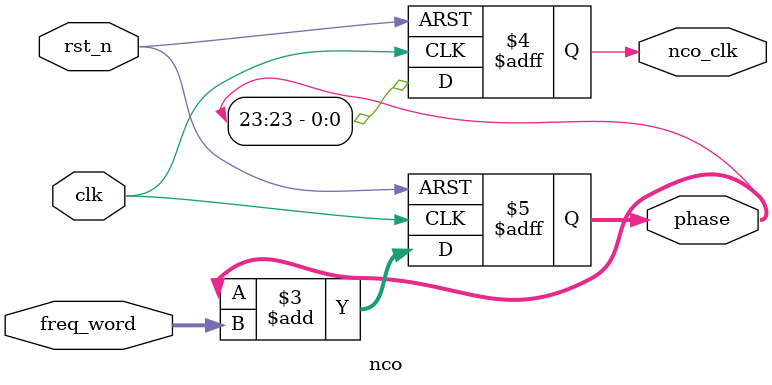
<source format=v>
/*
 * Module: nco
 * Desc: Phase accumulator NCO. MSB is output clock.
 * Author: Grant Chapman, 2025-10-28
 */
module nco #(
  parameter integer FW = 24
)(
  input  wire             clk,
  input  wire             rst_n,
  input  wire [FW-1:0]    freq_word,
  output reg              nco_clk,    // square wave
  output reg [FW-1:0]     phase       // (optional) observable phase
);
  always @(posedge clk or negedge rst_n) begin
    if (!rst_n) begin
      phase   <= '0;
      nco_clk <= 1'b0;
    end else begin
      phase   <= phase + freq_word;
      nco_clk <= phase[FW-1];
    end
  end
endmodule

</source>
